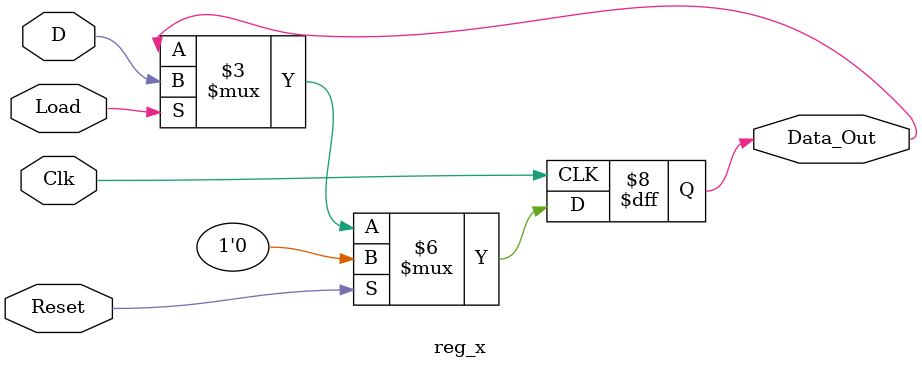
<source format=sv>
module reg_8 (input  logic Clk, Reset, Shift_In, Load, Shift_En,
              input  logic [7:0]  D,
              output logic Shift_Out,
              output logic [7:0]  Data_Out);

    always_ff @ (posedge Clk)
    begin
	 	 if (Reset) 
			  Data_Out <= 8'h0;
		 else if (Load)
			  Data_Out <= D;
		 else if (Shift_En)
		begin
			  Data_Out <= { Shift_In, Data_Out[7:1] }; 
	    end
    end
	
    assign Shift_Out = Data_Out[0];

endmodule




module reg_x (input  logic Clk, Reset, Load,
              input  logic D,
              output logic Data_Out);

    always_ff @ (posedge Clk)
    begin
	 	 if (Reset) 
			  Data_Out <= 1'h0;
		 else if (Load)
			  Data_Out <= D;
		else	
			  Data_Out <= Data_Out;
	    end

endmodule
</source>
